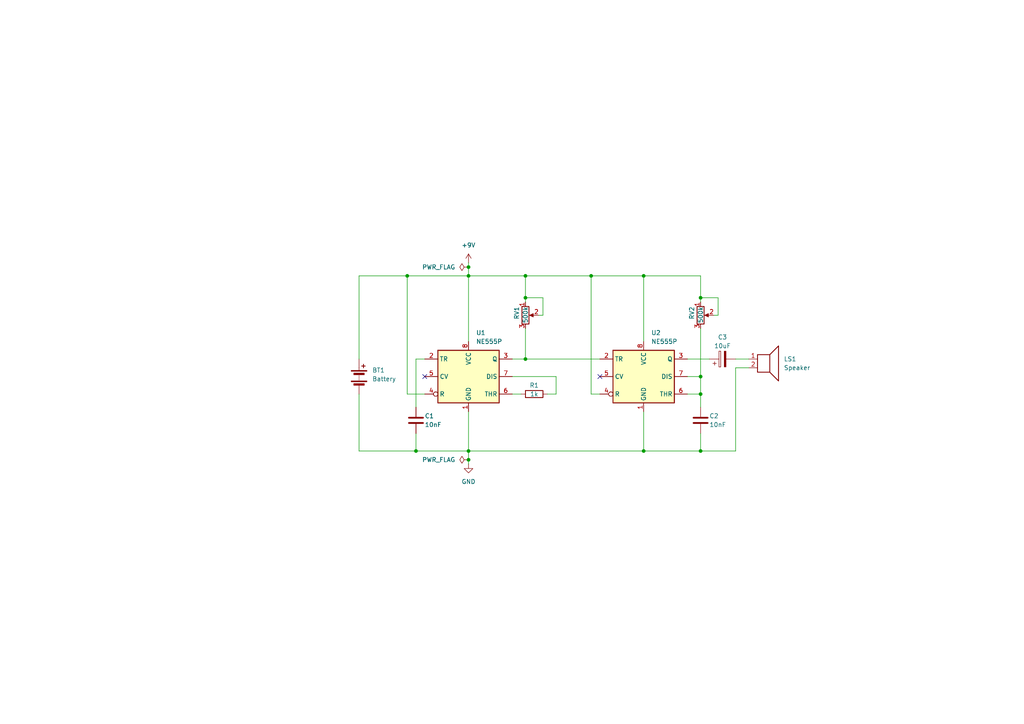
<source format=kicad_sch>
(kicad_sch (version 20230121) (generator eeschema)
  (paper "A4")
  (title_block (title "SynthCard") (rev "v1.0") (company "Ohmify"))
  (lib_symbols
    (symbol "Device:Battery" (pin_numbers hide) (pin_names (offset 0) hide)
      (property "Reference" "BT" (at 2.54 2.54 0))
      (property "Value" "Battery" (at 2.54 0 0))
      (symbol "Battery_0_1"
        (rectangle (start -2.286 -1.27) (end 2.286 -1.524) (fill (type outline)))
        (rectangle (start -2.286 1.778) (end 2.286 1.524) (fill (type outline)))
        (rectangle (start -1.524 -2.032) (end 1.524 -2.54) (fill (type outline)))
        (rectangle (start -1.524 1.016) (end 1.524 0.508) (fill (type outline)))
        (polyline (pts (xy 0 -1.016) (xy 0 -0.762)))
        (polyline (pts (xy 0 -0.508) (xy 0 -0.254)))
        (polyline (pts (xy 0 0) (xy 0 0.254)))
        (polyline (pts (xy 0 1.778) (xy 0 2.54)))
        (polyline (pts (xy 0.762 3.048) (xy 1.778 3.048)) (stroke (width 0.254)))
        (polyline (pts (xy 1.27 3.556) (xy 1.27 2.54)) (stroke (width 0.254)))
      )
      (symbol "Battery_1_1"
        (pin passive line (at 0 5.08 270) (length 2.54) (name "+") (number "1"))
        (pin passive line (at 0 -5.08 90) (length 2.54) (name "-") (number "2"))
      )
    )
    (symbol "Device:C" (pin_numbers hide) (pin_names (offset 0.254))
      (property "Reference" "C" (at 0.635 2.54 0))
      (property "Value" "C" (at 0.635 -2.54 0))
      (symbol "C_0_1"
        (polyline (pts (xy -2.032 -0.762) (xy 2.032 -0.762)) (stroke (width 0.508)))
        (polyline (pts (xy -2.032 0.762) (xy 2.032 0.762)) (stroke (width 0.508)))
      )
      (symbol "C_1_1"
        (pin passive line (at 0 3.81 270) (length 2.794) (name "~") (number "1"))
        (pin passive line (at 0 -3.81 90) (length 2.794) (name "~") (number "2"))
      )
    )
    (symbol "Device:C_Polarized" (pin_numbers hide) (pin_names (offset 0.254))
      (property "Reference" "C" (at 0.635 2.54 0))
      (property "Value" "C_Polarized" (at 0.635 -2.54 0))
      (symbol "C_Polarized_0_1"
        (rectangle (start -2.286 0.508) (end 2.286 1.016))
        (polyline (pts (xy -1.778 2.286) (xy -0.762 2.286)))
        (polyline (pts (xy -1.27 2.794) (xy -1.27 1.778)))
        (rectangle (start 2.286 -0.508) (end -2.286 -1.016) (fill (type outline)))
      )
      (symbol "C_Polarized_1_1"
        (pin passive line (at 0 3.81 270) (length 2.794) (name "~") (number "1"))
        (pin passive line (at 0 -3.81 90) (length 2.794) (name "~") (number "2"))
      )
    )
    (symbol "Device:R" (pin_numbers hide) (pin_names (offset 0))
      (property "Reference" "R" (at 2.032 0 90))
      (property "Value" "R" (at 0 0 90))
      (symbol "R_0_1"
        (rectangle (start -1.016 -2.54) (end 1.016 2.54) (stroke (width 0.254)))
      )
      (symbol "R_1_1"
        (pin passive line (at 0 3.81 270) (length 1.27) (name "~") (number "1"))
        (pin passive line (at 0 -3.81 90) (length 1.27) (name "~") (number "2"))
      )
    )
    (symbol "Device:R_Potentiometer" (pin_names (offset 1.016) hide)
      (property "Reference" "RV" (at -4.445 0 90))
      (property "Value" "R_Potentiometer" (at -2.54 0 90))
      (symbol "R_Potentiometer_0_1"
        (polyline (pts (xy 2.54 0) (xy 1.524 0)))
        (polyline (pts (xy 1.143 0) (xy 2.286 0.508) (xy 2.286 -0.508) (xy 1.143 0)) (fill (type outline)))
        (rectangle (start 1.016 2.54) (end -1.016 -2.54) (stroke (width 0.254)))
      )
      (symbol "R_Potentiometer_1_1"
        (pin passive line (at 0 3.81 270) (length 1.27) (name "1") (number "1"))
        (pin passive line (at 3.81 0 180) (length 1.27) (name "2") (number "2"))
        (pin passive line (at 0 -3.81 90) (length 1.27) (name "3") (number "3"))
      )
    )
    (symbol "Device:Speaker" (pin_names (offset 0) hide)
      (property "Reference" "LS" (at 1.27 5.715 0))
      (property "Value" "Speaker" (at 1.27 3.81 0))
      (symbol "Speaker_0_0"
        (rectangle (start -2.54 1.27) (end 1.016 -3.81) (stroke (width 0.254)))
        (polyline (pts (xy 1.016 1.27) (xy 3.556 3.81) (xy 3.556 -6.35) (xy 1.016 -3.81)) (stroke (width 0.254)))
      )
      (symbol "Speaker_1_1"
        (pin input line (at -5.08 0 0) (length 2.54) (name "1") (number "1"))
        (pin input line (at -5.08 -2.54 0) (length 2.54) (name "2") (number "2"))
      )
    )
    (symbol "Timer:NE555P"
      (property "Reference" "U" (at -10.16 8.89 0))
      (property "Value" "NE555P" (at 2.54 8.89 0))
      (symbol "NE555P_0_0"
        (pin power_in line (at 0 -10.16 90) (length 2.54) (name "GND") (number "1"))
        (pin power_in line (at 0 10.16 270) (length 2.54) (name "VCC") (number "8"))
      )
      (symbol "NE555P_0_1"
        (rectangle (start -8.89 -7.62) (end 8.89 7.62) (stroke (width 0.254)) (fill (type background)))
        (rectangle (start -8.89 -7.62) (end 8.89 7.62) (stroke (width 0.254)) (fill (type background)))
      )
      (symbol "NE555P_1_1"
        (pin input line (at -12.7 5.08 0) (length 3.81) (name "TR") (number "2"))
        (pin output line (at 12.7 5.08 180) (length 3.81) (name "Q") (number "3"))
        (pin input inverted (at -12.7 -5.08 0) (length 3.81) (name "R") (number "4"))
        (pin input line (at -12.7 0 0) (length 3.81) (name "CV") (number "5"))
        (pin input line (at 12.7 -5.08 180) (length 3.81) (name "THR") (number "6"))
        (pin input line (at 12.7 0 180) (length 3.81) (name "DIS") (number "7"))
      )
    )
    (symbol "power:+9V" (power) (pin_names (offset 0))
      (property "Value" "+9V" (at 0 3.556 0))
      (symbol "+9V_0_1"
        (polyline (pts (xy -0.762 1.27) (xy 0 2.54)))
        (polyline (pts (xy 0 0) (xy 0 2.54)))
        (polyline (pts (xy 0 2.54) (xy 0.762 1.27)))
      )
      (symbol "+9V_1_1"
        (pin power_in line (at 0 0 90) (length 0) hide (name "+9V") (number "1"))
      )
    )
    (symbol "power:GND" (power) (pin_names (offset 0))
      (property "Value" "GND" (at 0 -3.81 0))
      (symbol "GND_0_1"
        (polyline (pts (xy 0 0) (xy 0 -1.27) (xy 1.27 -1.27) (xy 0 -2.54) (xy -1.27 -1.27) (xy 0 -1.27)))
      )
      (symbol "GND_1_1"
        (pin power_in line (at 0 0 270) (length 0) hide (name "GND") (number "1"))
      )
    )
    (symbol "power:PWR_FLAG" (power) (pin_numbers hide) (pin_names (offset 0) hide)
      (property "Value" "PWR_FLAG" (at 0 3.81 0))
      (symbol "PWR_FLAG_0_0"
        (pin power_out line (at 0 0 90) (length 0) (name "pwr") (number "1"))
      )
      (symbol "PWR_FLAG_0_1"
        (polyline (pts (xy 0 0) (xy 0 1.27) (xy -1.016 1.905) (xy 0 2.54) (xy 1.016 1.905) (xy 0 1.27)))
      )
    )
  )
  (junction (at 152.4 104.14))
  (junction (at 118.11 80.01))
  (junction (at 135.89 80.01))
  (junction (at 186.69 130.81))
  (junction (at 135.89 133.35))
  (junction (at 203.2 130.81))
  (junction (at 152.4 80.01))
  (junction (at 152.4 86.36))
  (junction (at 203.2 86.36))
  (junction (at 135.89 77.47))
  (junction (at 203.2 114.3))
  (junction (at 135.89 130.81))
  (junction (at 171.45 80.01))
  (junction (at 203.2 109.22))
  (junction (at 120.65 130.81))
  (junction (at 186.69 80.01))
  (no_connect (at 123.19 109.22))
  (no_connect (at 173.99 109.22))
  (wire (pts (xy 120.65 104.14) (xy 123.19 104.14)))
  (wire (pts (xy 186.69 80.01) (xy 186.69 99.06)))
  (wire (pts (xy 199.39 104.14) (xy 205.74 104.14)))
  (wire (pts (xy 203.2 86.36) (xy 203.2 87.63)))
  (wire (pts (xy 104.14 80.01) (xy 104.14 104.14)))
  (wire (pts (xy 118.11 80.01) (xy 104.14 80.01)))
  (wire (pts (xy 186.69 130.81) (xy 186.69 119.38)))
  (wire (pts (xy 213.36 104.14) (xy 217.17 104.14)))
  (wire (pts (xy 152.4 95.25) (xy 152.4 104.14)))
  (wire (pts (xy 118.11 114.3) (xy 118.11 80.01)))
  (wire (pts (xy 203.2 95.25) (xy 203.2 109.22)))
  (wire (pts (xy 186.69 130.81) (xy 203.2 130.81)))
  (wire (pts (xy 120.65 118.11) (xy 120.65 104.14)))
  (wire (pts (xy 152.4 80.01) (xy 171.45 80.01)))
  (wire (pts (xy 199.39 114.3) (xy 203.2 114.3)))
  (wire (pts (xy 161.29 109.22) (xy 161.29 114.3)))
  (wire (pts (xy 157.48 86.36) (xy 152.4 86.36)))
  (wire (pts (xy 161.29 114.3) (xy 158.75 114.3)))
  (wire (pts (xy 203.2 114.3) (xy 203.2 118.11)))
  (wire (pts (xy 135.89 80.01) (xy 152.4 80.01)))
  (wire (pts (xy 135.89 133.35) (xy 135.89 134.62)))
  (wire (pts (xy 120.65 125.73) (xy 120.65 130.81)))
  (wire (pts (xy 203.2 130.81) (xy 203.2 125.73)))
  (wire (pts (xy 148.59 114.3) (xy 151.13 114.3)))
  (wire (pts (xy 135.89 76.2) (xy 135.89 77.47)))
  (wire (pts (xy 104.14 114.3) (xy 104.14 130.81)))
  (wire (pts (xy 203.2 80.01) (xy 203.2 86.36)))
  (wire (pts (xy 208.28 91.44) (xy 208.28 86.36)))
  (wire (pts (xy 135.89 80.01) (xy 135.89 99.06)))
  (wire (pts (xy 199.39 109.22) (xy 203.2 109.22)))
  (wire (pts (xy 213.36 106.68) (xy 213.36 130.81)))
  (wire (pts (xy 213.36 130.81) (xy 203.2 130.81)))
  (wire (pts (xy 186.69 80.01) (xy 203.2 80.01)))
  (wire (pts (xy 135.89 130.81) (xy 186.69 130.81)))
  (wire (pts (xy 208.28 86.36) (xy 203.2 86.36)))
  (wire (pts (xy 148.59 109.22) (xy 161.29 109.22)))
  (wire (pts (xy 208.28 91.44) (xy 207.01 91.44)))
  (wire (pts (xy 171.45 80.01) (xy 186.69 80.01)))
  (wire (pts (xy 135.89 80.01) (xy 118.11 80.01)))
  (wire (pts (xy 157.48 91.44) (xy 157.48 86.36)))
  (wire (pts (xy 135.89 119.38) (xy 135.89 130.81)))
  (wire (pts (xy 120.65 130.81) (xy 135.89 130.81)))
  (wire (pts (xy 171.45 114.3) (xy 171.45 80.01)))
  (wire (pts (xy 152.4 80.01) (xy 152.4 86.36)))
  (wire (pts (xy 173.99 114.3) (xy 171.45 114.3)))
  (wire (pts (xy 135.89 77.47) (xy 135.89 80.01)))
  (wire (pts (xy 148.59 104.14) (xy 152.4 104.14)))
  (wire (pts (xy 203.2 109.22) (xy 203.2 114.3)))
  (wire (pts (xy 123.19 114.3) (xy 118.11 114.3)))
  (wire (pts (xy 152.4 86.36) (xy 152.4 87.63)))
  (wire (pts (xy 104.14 130.81) (xy 120.65 130.81)))
  (wire (pts (xy 217.17 106.68) (xy 213.36 106.68)))
  (wire (pts (xy 135.89 130.81) (xy 135.89 133.35)))
  (wire (pts (xy 157.48 91.44) (xy 156.21 91.44)))
  (wire (pts (xy 152.4 104.14) (xy 173.99 104.14)))
  (symbol (lib_id "Device:R_Potentiometer") (at 203.2 91.44 0) (unit 1)
    (property "Reference" "RV2" (at 200.66 88.9 90) (effects (justify right)))
    (property "Value" "500k" (at 203.2 88.9 90) (effects (justify right)))
    (property "Footprint" "Potentiometer_THT:Potentiometer_Alpha_RD901F-40-00D_Single_Vertical" (effects hide))
  )
  (symbol (lib_id "power:PWR_FLAG") (at 135.89 77.47 90) (unit 1)
    (property "Reference" "#FLG01" (effects hide))
    (property "Value" "PWR_FLAG" (at 132.08 77.47 90) (effects (justify left)))
  )
  (symbol (lib_id "Device:C") (at 203.2 121.92 0) (unit 1)
    (property "Reference" "C2" (at 205.74 120.65 0) (effects (justify left)))
    (property "Value" "10nF" (at 205.74 123.19 0) (effects (justify left)))
    (property "Footprint" "Capacitor_THT:C_Rect_L7.0mm_W2.5mm_P5.00mm" (effects hide))
  )
  (symbol (lib_id "Device:Battery") (at 104.14 109.22 0) (unit 1)
    (property "Reference" "BT1" (at 107.95 107.3785 0) (effects (justify left)))
    (property "Value" "Battery" (at 107.95 109.9185 0) (effects (justify left)))
    (property "Footprint" "Connector_Wire:SolderWire-0.5sqmm_1x02_P4.6mm_D0.9mm_OD2.1mm_Relief" (effects hide))
  )
  (symbol (lib_id "Timer:NE555P") (at 186.69 109.22 0) (unit 1)
    (property "Reference" "U2" (at 188.8841 96.52 0) (effects (justify left)))
    (property "Value" "NE555P" (at 188.8841 99.06 0) (effects (justify left)))
    (property "Footprint" "Package_DIP:DIP-8_W7.62mm" (effects hide))
    (property "Datasheet" "http://www.ti.com/lit/ds/symlink/ne555.pdf" (effects hide))
  )
  (symbol (lib_id "Device:R_Potentiometer") (at 152.4 91.44 0) (unit 1)
    (property "Reference" "RV1" (at 149.86 88.9 90) (effects (justify right)))
    (property "Value" "500k" (at 152.4 88.9 90) (effects (justify right)))
    (property "Footprint" "Potentiometer_THT:Potentiometer_Alpha_RD901F-40-00D_Single_Vertical" (effects hide))
  )
  (symbol (lib_id "Device:C") (at 120.65 121.92 0) (unit 1)
    (property "Reference" "C1" (at 123.19 120.65 0) (effects (justify left)))
    (property "Value" "10nF" (at 123.19 123.19 0) (effects (justify left)))
    (property "Footprint" "Capacitor_THT:C_Rect_L7.0mm_W2.5mm_P5.00mm" (effects hide))
  )
  (symbol (lib_id "power:GND") (at 135.89 134.62 0) (unit 1)
    (property "Reference" "#PWR02" (effects hide))
    (property "Value" "GND" (at 135.89 139.7 0))
  )
  (symbol (lib_id "Device:R") (at 154.94 114.3 90) (unit 1)
    (property "Reference" "R1" (at 154.94 111.76 90))
    (property "Value" "1k" (at 154.94 114.3 90))
    (property "Footprint" "Resistor_THT:R_Axial_DIN0207_L6.3mm_D2.5mm_P7.62mm_Horizontal" (effects hide))
  )
  (symbol (lib_id "power:+9V") (at 135.89 76.2 0) (unit 1)
    (property "Reference" "#PWR01" (effects hide))
    (property "Value" "+9V" (at 135.89 71.12 0))
  )
  (symbol (lib_id "power:PWR_FLAG") (at 135.89 133.35 90) (unit 1)
    (property "Reference" "#FLG02" (effects hide))
    (property "Value" "PWR_FLAG" (at 132.08 133.35 90) (effects (justify left)))
  )
  (symbol (lib_id "Timer:NE555P") (at 135.89 109.22 0) (unit 1)
    (property "Reference" "U1" (at 138.0841 96.52 0) (effects (justify left)))
    (property "Value" "NE555P" (at 138.0841 99.06 0) (effects (justify left)))
    (property "Footprint" "Package_DIP:DIP-8_W7.62mm" (effects hide))
    (property "Datasheet" "http://www.ti.com/lit/ds/symlink/ne555.pdf" (effects hide))
  )
  (symbol (lib_id "Device:C_Polarized") (at 209.55 104.14 90) (unit 1)
    (property "Reference" "C3" (at 209.55 97.79 90))
    (property "Value" "10uF" (at 209.55 100.33 90))
    (property "Footprint" "Capacitor_THT:CP_Radial_D5.0mm_P2.50mm" (effects hide))
  )
  (symbol (lib_id "Device:Speaker") (at 222.25 104.14 0) (unit 1)
    (property "Reference" "LS1" (at 227.33 104.14 0) (effects (justify left)))
    (property "Value" "Speaker" (at 227.33 106.68 0) (effects (justify left)))
    (property "Footprint" "Connector_Wire:SolderWire-0.5sqmm_1x02_P4.6mm_D0.9mm_OD2.1mm" (effects hide))
  )
)
</source>
